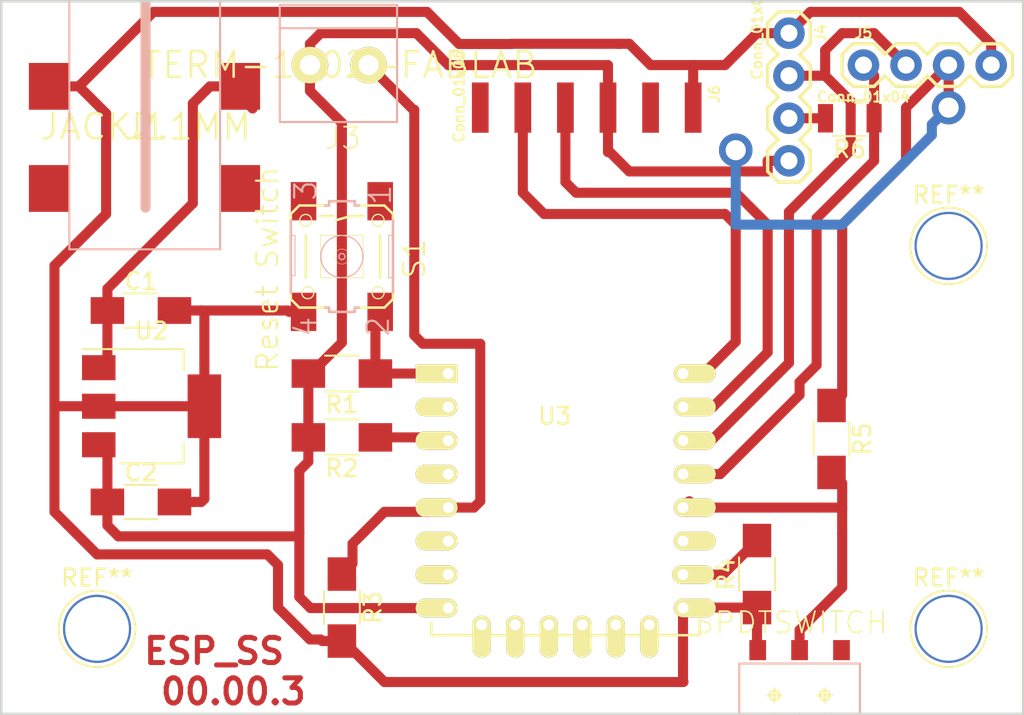
<source format=kicad_pcb>
(kicad_pcb (version 4) (host pcbnew 4.0.7)

  (general
    (links 39)
    (no_connects 2)
    (area 116.716716 74.283619 177.875001 126.5745)
    (thickness 1.6)
    (drawings 5)
    (tracks 183)
    (zones 0)
    (modules 20)
    (nets 30)
  )

  (page A4)
  (title_block
    (rev 00.00.3)
  )

  (layers
    (0 F.Cu signal hide)
    (31 B.Cu signal)
    (32 B.Adhes user hide)
    (33 F.Adhes user hide)
    (34 B.Paste user hide)
    (35 F.Paste user hide)
    (36 B.SilkS user hide)
    (37 F.SilkS user hide)
    (38 B.Mask user)
    (39 F.Mask user hide)
    (40 Dwgs.User user hide)
    (41 Cmts.User user hide)
    (42 Eco1.User user hide)
    (43 Eco2.User user hide)
    (44 Edge.Cuts user)
    (45 Margin user hide)
    (46 B.CrtYd user hide)
    (47 F.CrtYd user hide)
    (48 B.Fab user hide)
    (49 F.Fab user hide)
  )

  (setup
    (last_trace_width 0.6)
    (user_trace_width 0.4)
    (user_trace_width 0.6)
    (trace_clearance 0.2)
    (zone_clearance 0.508)
    (zone_45_only no)
    (trace_min 0.2)
    (segment_width 0.2)
    (edge_width 0.15)
    (via_size 0.6)
    (via_drill 0.4)
    (via_min_size 0.4)
    (via_min_drill 0.3)
    (user_via 0.6 0.4)
    (user_via 0.8 0.6)
    (user_via 2 1.2)
    (uvia_size 0.3)
    (uvia_drill 0.1)
    (uvias_allowed no)
    (uvia_min_size 0.2)
    (uvia_min_drill 0.1)
    (pcb_text_width 0.3)
    (pcb_text_size 1.5 1.5)
    (mod_edge_width 0.15)
    (mod_text_size 1 1)
    (mod_text_width 0.15)
    (pad_size 4.064 4.064)
    (pad_drill 3.8)
    (pad_to_mask_clearance 0.2)
    (aux_axis_origin 0 0)
    (visible_elements FFFFFE7F)
    (pcbplotparams
      (layerselection 0x00030_80000001)
      (usegerberextensions false)
      (excludeedgelayer true)
      (linewidth 0.100000)
      (plotframeref false)
      (viasonmask false)
      (mode 1)
      (useauxorigin false)
      (hpglpennumber 1)
      (hpglpenspeed 20)
      (hpglpendiameter 15)
      (hpglpenoverlay 2)
      (psnegative false)
      (psa4output false)
      (plotreference true)
      (plotvalue true)
      (plotinvisibletext false)
      (padsonsilk false)
      (subtractmaskfromsilk false)
      (outputformat 1)
      (mirror false)
      (drillshape 1)
      (scaleselection 1)
      (outputdirectory cutout5))
  )

  (net 0 "")
  (net 1 VIN)
  (net 2 GND)
  (net 3 +3V3)
  (net 4 /Pulse)
  (net 5 /SCL)
  (net 6 /SDA)
  (net 7 /RXD)
  (net 8 /RXI)
  (net 9 "Net-(R1-Pad1)")
  (net 10 "Net-(R2-Pad1)")
  (net 11 "Net-(R4-Pad2)")
  (net 12 "Net-(M1-Pad2)")
  (net 13 "Net-(J1-PadSHUN)")
  (net 14 /CTS)
  (net 15 /DTR)
  (net 16 "Net-(M1-Pad3)")
  (net 17 "Net-(S1-Pad1)")
  (net 18 "Net-(S1-Pad3)")
  (net 19 "Net-(U3-Pad2)")
  (net 20 "Net-(U3-Pad4)")
  (net 21 "Net-(U3-Pad6)")
  (net 22 "Net-(U3-Pad7)")
  (net 23 "Net-(U3-Pad11)")
  (net 24 "Net-(U3-Pad17)")
  (net 25 "Net-(U3-Pad18)")
  (net 26 "Net-(U3-Pad19)")
  (net 27 "Net-(U3-Pad20)")
  (net 28 "Net-(U3-Pad21)")
  (net 29 "Net-(U3-Pad22)")

  (net_class Default "This is the default net class."
    (clearance 0.2)
    (trace_width 0.25)
    (via_dia 0.6)
    (via_drill 0.4)
    (uvia_dia 0.3)
    (uvia_drill 0.1)
    (add_net +3V3)
    (add_net /CTS)
    (add_net /DTR)
    (add_net /Pulse)
    (add_net /RXD)
    (add_net /RXI)
    (add_net /SCL)
    (add_net /SDA)
    (add_net GND)
    (add_net "Net-(J1-PadSHUN)")
    (add_net "Net-(M1-Pad2)")
    (add_net "Net-(M1-Pad3)")
    (add_net "Net-(R1-Pad1)")
    (add_net "Net-(R2-Pad1)")
    (add_net "Net-(R4-Pad2)")
    (add_net "Net-(S1-Pad1)")
    (add_net "Net-(S1-Pad3)")
    (add_net "Net-(U3-Pad11)")
    (add_net "Net-(U3-Pad17)")
    (add_net "Net-(U3-Pad18)")
    (add_net "Net-(U3-Pad19)")
    (add_net "Net-(U3-Pad2)")
    (add_net "Net-(U3-Pad20)")
    (add_net "Net-(U3-Pad21)")
    (add_net "Net-(U3-Pad22)")
    (add_net "Net-(U3-Pad4)")
    (add_net "Net-(U3-Pad6)")
    (add_net "Net-(U3-Pad7)")
    (add_net VIN)
  )

  (net_class "0.4 Track" ""
    (clearance 0.4)
    (trace_width 0.4)
    (via_dia 0.6)
    (via_drill 0.4)
    (uvia_dia 0.3)
    (uvia_drill 0.1)
  )

  (net_class "0.8 Track" ""
    (clearance 0.4)
    (trace_width 0.8)
    (via_dia 0.6)
    (via_drill 0.4)
    (uvia_dia 0.3)
    (uvia_drill 0.1)
  )

  (net_class "o.6 Track" ""
    (clearance 0.4)
    (trace_width 0.6)
    (via_dia 0.6)
    (via_drill 0.4)
    (uvia_dia 0.3)
    (uvia_drill 0.1)
  )

  (module Connectors:1pin (layer F.Cu) (tedit 5ACD47BB) (tstamp 5ACD4A86)
    (at 122.555 118.11)
    (descr "module 1 pin (ou trou mecanique de percage)")
    (tags DEV)
    (fp_text reference REF** (at 0 -3.048) (layer F.SilkS)
      (effects (font (size 1 1) (thickness 0.15)))
    )
    (fp_text value 1pin (at 0 3) (layer F.Fab)
      (effects (font (size 1 1) (thickness 0.15)))
    )
    (fp_circle (center 0 0) (end 2 0.8) (layer F.Fab) (width 0.1))
    (fp_circle (center 0 0) (end 2.6 0) (layer F.CrtYd) (width 0.05))
    (fp_circle (center 0 0) (end 0 -2.286) (layer F.SilkS) (width 0.12))
    (pad 1 thru_hole circle (at 0 0) (size 4.064 4.064) (drill 3.8) (layers *.Cu *.Mask))
  )

  (module Connectors:1pin (layer F.Cu) (tedit 5ACD47BB) (tstamp 5ACD4A66)
    (at 173.355 95.25)
    (descr "module 1 pin (ou trou mecanique de percage)")
    (tags DEV)
    (fp_text reference REF** (at 0 -3.048) (layer F.SilkS)
      (effects (font (size 1 1) (thickness 0.15)))
    )
    (fp_text value 1pin (at 0 3) (layer F.Fab)
      (effects (font (size 1 1) (thickness 0.15)))
    )
    (fp_circle (center 0 0) (end 2 0.8) (layer F.Fab) (width 0.1))
    (fp_circle (center 0 0) (end 2.6 0) (layer F.CrtYd) (width 0.05))
    (fp_circle (center 0 0) (end 0 -2.286) (layer F.SilkS) (width 0.12))
    (pad 1 thru_hole circle (at 0 0) (size 4.064 4.064) (drill 3.8) (layers *.Cu *.Mask))
  )

  (module Capacitors_SMD:C_1206_HandSoldering (layer F.Cu) (tedit 58AA84D1) (tstamp 5A9B402F)
    (at 125.172192 99.1061)
    (descr "Capacitor SMD 1206, hand soldering")
    (tags "capacitor 1206")
    (path /5A9B3670)
    (attr smd)
    (fp_text reference C1 (at 0 -1.75) (layer F.SilkS)
      (effects (font (size 1 1) (thickness 0.15)))
    )
    (fp_text value 1uF (at 0 2) (layer F.Fab)
      (effects (font (size 1 1) (thickness 0.15)))
    )
    (fp_text user %R (at 0 -1.75) (layer F.Fab)
      (effects (font (size 1 1) (thickness 0.15)))
    )
    (fp_line (start -1.6 0.8) (end -1.6 -0.8) (layer F.Fab) (width 0.1))
    (fp_line (start 1.6 0.8) (end -1.6 0.8) (layer F.Fab) (width 0.1))
    (fp_line (start 1.6 -0.8) (end 1.6 0.8) (layer F.Fab) (width 0.1))
    (fp_line (start -1.6 -0.8) (end 1.6 -0.8) (layer F.Fab) (width 0.1))
    (fp_line (start 1 -1.02) (end -1 -1.02) (layer F.SilkS) (width 0.12))
    (fp_line (start -1 1.02) (end 1 1.02) (layer F.SilkS) (width 0.12))
    (fp_line (start -3.25 -1.05) (end 3.25 -1.05) (layer F.CrtYd) (width 0.05))
    (fp_line (start -3.25 -1.05) (end -3.25 1.05) (layer F.CrtYd) (width 0.05))
    (fp_line (start 3.25 1.05) (end 3.25 -1.05) (layer F.CrtYd) (width 0.05))
    (fp_line (start 3.25 1.05) (end -3.25 1.05) (layer F.CrtYd) (width 0.05))
    (pad 1 smd rect (at -2 0) (size 2 1.6) (layers F.Cu F.Paste F.Mask)
      (net 1 VIN))
    (pad 2 smd rect (at 2 0) (size 2 1.6) (layers F.Cu F.Paste F.Mask)
      (net 2 GND))
    (model Capacitors_SMD.3dshapes/C_1206.wrl
      (at (xyz 0 0 0))
      (scale (xyz 1 1 1))
      (rotate (xyz 0 0 0))
    )
  )

  (module Capacitors_SMD:C_1206_HandSoldering (layer F.Cu) (tedit 58AA84D1) (tstamp 5A9B4040)
    (at 125.172192 110.5361)
    (descr "Capacitor SMD 1206, hand soldering")
    (tags "capacitor 1206")
    (path /5A9B2208)
    (attr smd)
    (fp_text reference C2 (at 0 -1.75) (layer F.SilkS)
      (effects (font (size 1 1) (thickness 0.15)))
    )
    (fp_text value 10uF (at 0 2) (layer F.Fab)
      (effects (font (size 1 1) (thickness 0.15)))
    )
    (fp_text user %R (at 0 -1.75) (layer F.Fab)
      (effects (font (size 1 1) (thickness 0.15)))
    )
    (fp_line (start -1.6 0.8) (end -1.6 -0.8) (layer F.Fab) (width 0.1))
    (fp_line (start 1.6 0.8) (end -1.6 0.8) (layer F.Fab) (width 0.1))
    (fp_line (start 1.6 -0.8) (end 1.6 0.8) (layer F.Fab) (width 0.1))
    (fp_line (start -1.6 -0.8) (end 1.6 -0.8) (layer F.Fab) (width 0.1))
    (fp_line (start 1 -1.02) (end -1 -1.02) (layer F.SilkS) (width 0.12))
    (fp_line (start -1 1.02) (end 1 1.02) (layer F.SilkS) (width 0.12))
    (fp_line (start -3.25 -1.05) (end 3.25 -1.05) (layer F.CrtYd) (width 0.05))
    (fp_line (start -3.25 -1.05) (end -3.25 1.05) (layer F.CrtYd) (width 0.05))
    (fp_line (start 3.25 1.05) (end 3.25 -1.05) (layer F.CrtYd) (width 0.05))
    (fp_line (start 3.25 1.05) (end -3.25 1.05) (layer F.CrtYd) (width 0.05))
    (pad 1 smd rect (at -2 0) (size 2 1.6) (layers F.Cu F.Paste F.Mask)
      (net 3 +3V3))
    (pad 2 smd rect (at 2 0) (size 2 1.6) (layers F.Cu F.Paste F.Mask)
      (net 2 GND))
    (model Capacitors_SMD.3dshapes/C_1206.wrl
      (at (xyz 0 0 0))
      (scale (xyz 1 1 1))
      (rotate (xyz 0 0 0))
    )
  )

  (module fab:fab-JACK_2.1MM (layer F.Cu) (tedit 200000) (tstamp 5A9B404F)
    (at 125.447738 88.138 180)
    (path /5A9B3279)
    (attr smd)
    (fp_text reference J1 (at 0 0 180) (layer F.SilkS)
      (effects (font (thickness 0.15)))
    )
    (fp_text value JACK2.1MM (at 0 0 180) (layer F.SilkS)
      (effects (font (thickness 0.15)))
    )
    (fp_line (start -4.445 7.493) (end 4.5466 7.493) (layer B.SilkS) (width 0.127))
    (fp_line (start -4.445 7.493) (end -4.445 -7.3152) (layer B.SilkS) (width 0.127))
    (fp_line (start -4.445 -7.3152) (end 4.5466 -7.3152) (layer B.SilkS) (width 0.127))
    (fp_line (start 4.5466 7.493) (end 4.5466 -7.3152) (layer B.SilkS) (width 0.127))
    (fp_line (start 0 7.366) (end 0 2.54) (layer B.SilkS) (width 0.6096))
    (fp_line (start 0 2.54) (end 0 -3.81) (layer B.SilkS) (width 0.6096))
    (fp_line (start 0 -3.81) (end 0 -4.826) (layer B.SilkS) (width 0.6096))
    (pad CONT smd rect (at 5.7658 2.413 180) (size 2.3876 2.794) (layers F.Cu F.Paste F.Mask)
      (net 2 GND))
    (pad PIN smd rect (at -5.6388 2.413 180) (size 2.3876 2.794) (layers F.Cu F.Paste F.Mask)
      (net 1 VIN))
    (pad PIN1 smd rect (at -5.6388 -3.683 180) (size 2.3876 2.794) (layers F.Cu F.Paste F.Mask))
    (pad SHUN smd rect (at 5.7658 -3.683 180) (size 2.3876 2.794) (layers F.Cu F.Paste F.Mask)
      (net 13 "Net-(J1-PadSHUN)"))
  )

  (module fab:fab-ED555DS-2DS (layer F.Cu) (tedit 200000) (tstamp 5A9B405C)
    (at 137.05332 84.455 180)
    (path /5A9B4281)
    (attr virtual)
    (fp_text reference J3 (at -0.17272 -4.36372 360) (layer F.SilkS)
      (effects (font (size 1.27 1.27) (thickness 0.1016)))
    )
    (fp_text value TERM-1X02-FABLAB (at 0 0 180) (layer F.SilkS)
      (effects (font (thickness 0.15)))
    )
    (fp_line (start -3.39852 -3.39852) (end -3.39852 2.19964) (layer B.SilkS) (width 0.127))
    (fp_line (start -3.39852 2.19964) (end -3.39852 3.59918) (layer B.SilkS) (width 0.127))
    (fp_line (start -3.39852 3.59918) (end 3.59918 3.59918) (layer B.SilkS) (width 0.127))
    (fp_line (start 3.59918 3.59918) (end 3.59918 2.19964) (layer B.SilkS) (width 0.127))
    (fp_line (start 3.59918 2.19964) (end 3.59918 -3.39852) (layer B.SilkS) (width 0.127))
    (fp_line (start 3.59918 -3.39852) (end -3.39852 -3.39852) (layer B.SilkS) (width 0.127))
    (fp_line (start -3.39852 2.19964) (end 3.59918 2.19964) (layer B.SilkS) (width 0.127))
    (pad 1 thru_hole circle (at 1.79832 0 180) (size 2.18186 2.18186) (drill 1.19888) (layers *.Cu F.Paste F.SilkS F.Mask)
      (net 3 +3V3))
    (pad 2 thru_hole circle (at -1.69926 0 180) (size 2.18186 2.18186) (drill 1.19888) (layers *.Cu F.Paste F.SilkS F.Mask)
      (net 4 /Pulse))
  )

  (module Connectors_Sparkfun:1X04 (layer F.Cu) (tedit 5963D2C6) (tstamp 5A9B407E)
    (at 163.83 82.55 270)
    (descr "PLATED THROUGH HOLE - 4 PIN")
    (tags "PLATED THROUGH HOLE - 4 PIN")
    (path /5A65595C)
    (attr virtual)
    (fp_text reference J4 (at 0 -1.905 270) (layer F.SilkS)
      (effects (font (size 0.6096 0.6096) (thickness 0.127)))
    )
    (fp_text value Conn_01x04 (at 0 1.905 270) (layer F.SilkS)
      (effects (font (size 0.6096 0.6096) (thickness 0.127)))
    )
    (fp_line (start 6.985 -1.27) (end 8.255 -1.27) (layer F.SilkS) (width 0.2032))
    (fp_line (start 8.255 -1.27) (end 8.89 -0.635) (layer F.SilkS) (width 0.2032))
    (fp_line (start 8.89 0.635) (end 8.255 1.27) (layer F.SilkS) (width 0.2032))
    (fp_line (start 3.81 -0.635) (end 4.445 -1.27) (layer F.SilkS) (width 0.2032))
    (fp_line (start 4.445 -1.27) (end 5.715 -1.27) (layer F.SilkS) (width 0.2032))
    (fp_line (start 5.715 -1.27) (end 6.35 -0.635) (layer F.SilkS) (width 0.2032))
    (fp_line (start 6.35 0.635) (end 5.715 1.27) (layer F.SilkS) (width 0.2032))
    (fp_line (start 5.715 1.27) (end 4.445 1.27) (layer F.SilkS) (width 0.2032))
    (fp_line (start 4.445 1.27) (end 3.81 0.635) (layer F.SilkS) (width 0.2032))
    (fp_line (start 6.985 -1.27) (end 6.35 -0.635) (layer F.SilkS) (width 0.2032))
    (fp_line (start 6.35 0.635) (end 6.985 1.27) (layer F.SilkS) (width 0.2032))
    (fp_line (start 8.255 1.27) (end 6.985 1.27) (layer F.SilkS) (width 0.2032))
    (fp_line (start -0.635 -1.27) (end 0.635 -1.27) (layer F.SilkS) (width 0.2032))
    (fp_line (start 0.635 -1.27) (end 1.27 -0.635) (layer F.SilkS) (width 0.2032))
    (fp_line (start 1.27 0.635) (end 0.635 1.27) (layer F.SilkS) (width 0.2032))
    (fp_line (start 1.27 -0.635) (end 1.905 -1.27) (layer F.SilkS) (width 0.2032))
    (fp_line (start 1.905 -1.27) (end 3.175 -1.27) (layer F.SilkS) (width 0.2032))
    (fp_line (start 3.175 -1.27) (end 3.81 -0.635) (layer F.SilkS) (width 0.2032))
    (fp_line (start 3.81 0.635) (end 3.175 1.27) (layer F.SilkS) (width 0.2032))
    (fp_line (start 3.175 1.27) (end 1.905 1.27) (layer F.SilkS) (width 0.2032))
    (fp_line (start 1.905 1.27) (end 1.27 0.635) (layer F.SilkS) (width 0.2032))
    (fp_line (start -1.27 -0.635) (end -1.27 0.635) (layer F.SilkS) (width 0.2032))
    (fp_line (start -0.635 -1.27) (end -1.27 -0.635) (layer F.SilkS) (width 0.2032))
    (fp_line (start -1.27 0.635) (end -0.635 1.27) (layer F.SilkS) (width 0.2032))
    (fp_line (start 0.635 1.27) (end -0.635 1.27) (layer F.SilkS) (width 0.2032))
    (fp_line (start 8.89 -0.635) (end 8.89 0.635) (layer F.SilkS) (width 0.2032))
    (pad 1 thru_hole circle (at 0 0 270) (size 1.8796 1.8796) (drill 1.016) (layers *.Cu *.Mask)
      (net 2 GND) (solder_mask_margin 0.1016))
    (pad 2 thru_hole circle (at 2.54 0 270) (size 1.8796 1.8796) (drill 1.016) (layers *.Cu *.Mask)
      (net 5 /SCL) (solder_mask_margin 0.1016))
    (pad 3 thru_hole circle (at 5.08 0 270) (size 1.8796 1.8796) (drill 1.016) (layers *.Cu *.Mask)
      (net 6 /SDA) (solder_mask_margin 0.1016))
    (pad 4 thru_hole circle (at 7.62 0 270) (size 1.8796 1.8796) (drill 1.016) (layers *.Cu *.Mask)
      (net 3 +3V3) (solder_mask_margin 0.1016))
  )

  (module Connectors_Sparkfun:1X04 (layer F.Cu) (tedit 5963D2C6) (tstamp 5A9B40A0)
    (at 168.275 84.455)
    (descr "PLATED THROUGH HOLE - 4 PIN")
    (tags "PLATED THROUGH HOLE - 4 PIN")
    (path /5A655994)
    (attr virtual)
    (fp_text reference J5 (at 0 -1.905) (layer F.SilkS)
      (effects (font (size 0.6096 0.6096) (thickness 0.127)))
    )
    (fp_text value Conn_01x04 (at 0 1.905) (layer F.SilkS)
      (effects (font (size 0.6096 0.6096) (thickness 0.127)))
    )
    (fp_line (start 6.985 -1.27) (end 8.255 -1.27) (layer F.SilkS) (width 0.2032))
    (fp_line (start 8.255 -1.27) (end 8.89 -0.635) (layer F.SilkS) (width 0.2032))
    (fp_line (start 8.89 0.635) (end 8.255 1.27) (layer F.SilkS) (width 0.2032))
    (fp_line (start 3.81 -0.635) (end 4.445 -1.27) (layer F.SilkS) (width 0.2032))
    (fp_line (start 4.445 -1.27) (end 5.715 -1.27) (layer F.SilkS) (width 0.2032))
    (fp_line (start 5.715 -1.27) (end 6.35 -0.635) (layer F.SilkS) (width 0.2032))
    (fp_line (start 6.35 0.635) (end 5.715 1.27) (layer F.SilkS) (width 0.2032))
    (fp_line (start 5.715 1.27) (end 4.445 1.27) (layer F.SilkS) (width 0.2032))
    (fp_line (start 4.445 1.27) (end 3.81 0.635) (layer F.SilkS) (width 0.2032))
    (fp_line (start 6.985 -1.27) (end 6.35 -0.635) (layer F.SilkS) (width 0.2032))
    (fp_line (start 6.35 0.635) (end 6.985 1.27) (layer F.SilkS) (width 0.2032))
    (fp_line (start 8.255 1.27) (end 6.985 1.27) (layer F.SilkS) (width 0.2032))
    (fp_line (start -0.635 -1.27) (end 0.635 -1.27) (layer F.SilkS) (width 0.2032))
    (fp_line (start 0.635 -1.27) (end 1.27 -0.635) (layer F.SilkS) (width 0.2032))
    (fp_line (start 1.27 0.635) (end 0.635 1.27) (layer F.SilkS) (width 0.2032))
    (fp_line (start 1.27 -0.635) (end 1.905 -1.27) (layer F.SilkS) (width 0.2032))
    (fp_line (start 1.905 -1.27) (end 3.175 -1.27) (layer F.SilkS) (width 0.2032))
    (fp_line (start 3.175 -1.27) (end 3.81 -0.635) (layer F.SilkS) (width 0.2032))
    (fp_line (start 3.81 0.635) (end 3.175 1.27) (layer F.SilkS) (width 0.2032))
    (fp_line (start 3.175 1.27) (end 1.905 1.27) (layer F.SilkS) (width 0.2032))
    (fp_line (start 1.905 1.27) (end 1.27 0.635) (layer F.SilkS) (width 0.2032))
    (fp_line (start -1.27 -0.635) (end -1.27 0.635) (layer F.SilkS) (width 0.2032))
    (fp_line (start -0.635 -1.27) (end -1.27 -0.635) (layer F.SilkS) (width 0.2032))
    (fp_line (start -1.27 0.635) (end -0.635 1.27) (layer F.SilkS) (width 0.2032))
    (fp_line (start 0.635 1.27) (end -0.635 1.27) (layer F.SilkS) (width 0.2032))
    (fp_line (start 8.89 -0.635) (end 8.89 0.635) (layer F.SilkS) (width 0.2032))
    (pad 1 thru_hole circle (at 0 0) (size 1.8796 1.8796) (drill 1.016) (layers *.Cu *.Mask)
      (net 6 /SDA) (solder_mask_margin 0.1016))
    (pad 2 thru_hole circle (at 2.54 0) (size 1.8796 1.8796) (drill 1.016) (layers *.Cu *.Mask)
      (net 5 /SCL) (solder_mask_margin 0.1016))
    (pad 3 thru_hole circle (at 5.08 0) (size 1.8796 1.8796) (drill 1.016) (layers *.Cu *.Mask)
      (net 3 +3V3) (solder_mask_margin 0.1016))
    (pad 4 thru_hole circle (at 7.62 0) (size 1.8796 1.8796) (drill 1.016) (layers *.Cu *.Mask)
      (net 2 GND) (solder_mask_margin 0.1016))
  )

  (module Connectors_Sparkfun:1X06-SMD_RA_MALE (layer F.Cu) (tedit 200000) (tstamp 5A9B40BC)
    (at 151.765 81.99628 180)
    (descr "SMD - 6 PIN RIGHT ANGLE MALE HEADER")
    (tags "SMD - 6 PIN RIGHT ANGLE MALE HEADER")
    (path /5A58534B)
    (attr smd)
    (fp_text reference J6 (at -7.62 -4.191 270) (layer F.SilkS)
      (effects (font (size 0.6096 0.6096) (thickness 0.127)))
    )
    (fp_text value Conn_01x06 (at 7.62 -4.318 270) (layer F.SilkS)
      (effects (font (size 0.6096 0.6096) (thickness 0.127)))
    )
    (fp_line (start 7.62 -1.24968) (end -7.62 -1.24968) (layer Dwgs.User) (width 0.127))
    (fp_line (start -7.62 -1.24968) (end -7.62 1.24968) (layer Dwgs.User) (width 0.127))
    (fp_line (start -7.62 1.24968) (end -6.35 1.24968) (layer Dwgs.User) (width 0.127))
    (fp_line (start -6.35 1.24968) (end -3.81 1.24968) (layer Dwgs.User) (width 0.127))
    (fp_line (start -3.81 1.24968) (end -1.27 1.24968) (layer Dwgs.User) (width 0.127))
    (fp_line (start -1.27 1.24968) (end 1.27 1.24968) (layer Dwgs.User) (width 0.127))
    (fp_line (start 1.27 1.24968) (end 3.81 1.24968) (layer Dwgs.User) (width 0.127))
    (fp_line (start 3.81 1.24968) (end 6.35 1.24968) (layer Dwgs.User) (width 0.127))
    (fp_line (start 6.35 1.24968) (end 7.62 1.24968) (layer Dwgs.User) (width 0.127))
    (fp_line (start 7.62 1.24968) (end 7.62 -1.24968) (layer Dwgs.User) (width 0.127))
    (fp_line (start 6.35 1.24968) (end 6.35 7.24916) (layer Dwgs.User) (width 0.127))
    (fp_line (start 3.81 1.24968) (end 3.81 7.24916) (layer Dwgs.User) (width 0.127))
    (fp_line (start 1.27 1.24968) (end 1.27 7.24916) (layer Dwgs.User) (width 0.127))
    (fp_line (start -1.27 1.24968) (end -1.27 7.24916) (layer Dwgs.User) (width 0.127))
    (fp_line (start -3.81 1.24968) (end -3.81 7.24916) (layer Dwgs.User) (width 0.127))
    (fp_line (start -6.35 1.24968) (end -6.35 7.24916) (layer Dwgs.User) (width 0.127))
    (pad 1 smd rect (at -6.35 -4.99872 270) (size 2.99974 0.99822) (layers F.Cu F.Paste F.Mask)
      (net 2 GND) (solder_mask_margin 0.1016))
    (pad 2 smd rect (at -3.81 -4.99872 270) (size 2.99974 0.99822) (layers F.Cu F.Paste F.Mask)
      (net 14 /CTS) (solder_mask_margin 0.1016))
    (pad 3 smd rect (at -1.27 -4.99872 270) (size 2.99974 0.99822) (layers F.Cu F.Paste F.Mask)
      (net 3 +3V3) (solder_mask_margin 0.1016))
    (pad 4 smd rect (at 1.27 -4.99872 270) (size 2.99974 0.99822) (layers F.Cu F.Paste F.Mask)
      (net 7 /RXD) (solder_mask_margin 0.1016))
    (pad 5 smd rect (at 3.81 -4.99872 270) (size 2.99974 0.99822) (layers F.Cu F.Paste F.Mask)
      (net 8 /RXI) (solder_mask_margin 0.1016))
    (pad 6 smd rect (at 6.35 -4.99872 270) (size 2.99974 0.99822) (layers F.Cu F.Paste F.Mask)
      (net 15 /DTR) (solder_mask_margin 0.1016))
    (pad "" np_thru_hole circle (at -5.08 0 180) (size 1.39954 1.39954) (drill 1.39954) (layers *.Cu *.Mask)
      (solder_mask_margin 0.1016))
    (pad "" np_thru_hole circle (at 5.08 0 180) (size 1.39954 1.39954) (drill 1.39954) (layers *.Cu *.Mask)
      (solder_mask_margin 0.1016))
  )

  (module Resistors_SMD:R_1206_HandSoldering (layer F.Cu) (tedit 58E0A804) (tstamp 5A9B40CD)
    (at 137.16 102.87 180)
    (descr "Resistor SMD 1206, hand soldering")
    (tags "resistor 1206")
    (path /5A5855B9)
    (attr smd)
    (fp_text reference R1 (at 0 -1.85 180) (layer F.SilkS)
      (effects (font (size 1 1) (thickness 0.15)))
    )
    (fp_text value 10K (at 0 1.9 180) (layer F.Fab)
      (effects (font (size 1 1) (thickness 0.15)))
    )
    (fp_text user %R (at 0 0 180) (layer F.Fab)
      (effects (font (size 0.7 0.7) (thickness 0.105)))
    )
    (fp_line (start -1.6 0.8) (end -1.6 -0.8) (layer F.Fab) (width 0.1))
    (fp_line (start 1.6 0.8) (end -1.6 0.8) (layer F.Fab) (width 0.1))
    (fp_line (start 1.6 -0.8) (end 1.6 0.8) (layer F.Fab) (width 0.1))
    (fp_line (start -1.6 -0.8) (end 1.6 -0.8) (layer F.Fab) (width 0.1))
    (fp_line (start 1 1.07) (end -1 1.07) (layer F.SilkS) (width 0.12))
    (fp_line (start -1 -1.07) (end 1 -1.07) (layer F.SilkS) (width 0.12))
    (fp_line (start -3.25 -1.11) (end 3.25 -1.11) (layer F.CrtYd) (width 0.05))
    (fp_line (start -3.25 -1.11) (end -3.25 1.1) (layer F.CrtYd) (width 0.05))
    (fp_line (start 3.25 1.1) (end 3.25 -1.11) (layer F.CrtYd) (width 0.05))
    (fp_line (start 3.25 1.1) (end -3.25 1.1) (layer F.CrtYd) (width 0.05))
    (pad 1 smd rect (at -2 0 180) (size 2 1.7) (layers F.Cu F.Paste F.Mask)
      (net 9 "Net-(R1-Pad1)"))
    (pad 2 smd rect (at 2 0 180) (size 2 1.7) (layers F.Cu F.Paste F.Mask)
      (net 3 +3V3))
    (model ${KISYS3DMOD}/Resistors_SMD.3dshapes/R_1206.wrl
      (at (xyz 0 0 0))
      (scale (xyz 1 1 1))
      (rotate (xyz 0 0 0))
    )
  )

  (module Resistors_SMD:R_1206_HandSoldering (layer F.Cu) (tedit 58E0A804) (tstamp 5A9B40DE)
    (at 137.16 106.68 180)
    (descr "Resistor SMD 1206, hand soldering")
    (tags "resistor 1206")
    (path /5A585652)
    (attr smd)
    (fp_text reference R2 (at 0 -1.85 180) (layer F.SilkS)
      (effects (font (size 1 1) (thickness 0.15)))
    )
    (fp_text value 10K (at 0 1.9 180) (layer F.Fab)
      (effects (font (size 1 1) (thickness 0.15)))
    )
    (fp_text user %R (at 0 0 180) (layer F.Fab)
      (effects (font (size 0.7 0.7) (thickness 0.105)))
    )
    (fp_line (start -1.6 0.8) (end -1.6 -0.8) (layer F.Fab) (width 0.1))
    (fp_line (start 1.6 0.8) (end -1.6 0.8) (layer F.Fab) (width 0.1))
    (fp_line (start 1.6 -0.8) (end 1.6 0.8) (layer F.Fab) (width 0.1))
    (fp_line (start -1.6 -0.8) (end 1.6 -0.8) (layer F.Fab) (width 0.1))
    (fp_line (start 1 1.07) (end -1 1.07) (layer F.SilkS) (width 0.12))
    (fp_line (start -1 -1.07) (end 1 -1.07) (layer F.SilkS) (width 0.12))
    (fp_line (start -3.25 -1.11) (end 3.25 -1.11) (layer F.CrtYd) (width 0.05))
    (fp_line (start -3.25 -1.11) (end -3.25 1.1) (layer F.CrtYd) (width 0.05))
    (fp_line (start 3.25 1.1) (end 3.25 -1.11) (layer F.CrtYd) (width 0.05))
    (fp_line (start 3.25 1.1) (end -3.25 1.1) (layer F.CrtYd) (width 0.05))
    (pad 1 smd rect (at -2 0 180) (size 2 1.7) (layers F.Cu F.Paste F.Mask)
      (net 10 "Net-(R2-Pad1)"))
    (pad 2 smd rect (at 2 0 180) (size 2 1.7) (layers F.Cu F.Paste F.Mask)
      (net 3 +3V3))
    (model ${KISYS3DMOD}/Resistors_SMD.3dshapes/R_1206.wrl
      (at (xyz 0 0 0))
      (scale (xyz 1 1 1))
      (rotate (xyz 0 0 0))
    )
  )

  (module Resistors_SMD:R_1206_HandSoldering (layer F.Cu) (tedit 58E0A804) (tstamp 5A9B40EF)
    (at 137.16 116.84 270)
    (descr "Resistor SMD 1206, hand soldering")
    (tags "resistor 1206")
    (path /5A65481D)
    (attr smd)
    (fp_text reference R3 (at 0 -1.85 270) (layer F.SilkS)
      (effects (font (size 1 1) (thickness 0.15)))
    )
    (fp_text value R (at 0 1.9 270) (layer F.Fab)
      (effects (font (size 1 1) (thickness 0.15)))
    )
    (fp_text user %R (at 0 0 270) (layer F.Fab)
      (effects (font (size 0.7 0.7) (thickness 0.105)))
    )
    (fp_line (start -1.6 0.8) (end -1.6 -0.8) (layer F.Fab) (width 0.1))
    (fp_line (start 1.6 0.8) (end -1.6 0.8) (layer F.Fab) (width 0.1))
    (fp_line (start 1.6 -0.8) (end 1.6 0.8) (layer F.Fab) (width 0.1))
    (fp_line (start -1.6 -0.8) (end 1.6 -0.8) (layer F.Fab) (width 0.1))
    (fp_line (start 1 1.07) (end -1 1.07) (layer F.SilkS) (width 0.12))
    (fp_line (start -1 -1.07) (end 1 -1.07) (layer F.SilkS) (width 0.12))
    (fp_line (start -3.25 -1.11) (end 3.25 -1.11) (layer F.CrtYd) (width 0.05))
    (fp_line (start -3.25 -1.11) (end -3.25 1.1) (layer F.CrtYd) (width 0.05))
    (fp_line (start 3.25 1.1) (end 3.25 -1.11) (layer F.CrtYd) (width 0.05))
    (fp_line (start 3.25 1.1) (end -3.25 1.1) (layer F.CrtYd) (width 0.05))
    (pad 1 smd rect (at -2 0 270) (size 2 1.7) (layers F.Cu F.Paste F.Mask)
      (net 4 /Pulse))
    (pad 2 smd rect (at 2 0 270) (size 2 1.7) (layers F.Cu F.Paste F.Mask)
      (net 2 GND))
    (model ${KISYS3DMOD}/Resistors_SMD.3dshapes/R_1206.wrl
      (at (xyz 0 0 0))
      (scale (xyz 1 1 1))
      (rotate (xyz 0 0 0))
    )
  )

  (module Resistors_SMD:R_1206_HandSoldering (layer F.Cu) (tedit 58E0A804) (tstamp 5A9B4100)
    (at 161.925 114.84 90)
    (descr "Resistor SMD 1206, hand soldering")
    (tags "resistor 1206")
    (path /5A58520A)
    (attr smd)
    (fp_text reference R4 (at 0 -1.85 90) (layer F.SilkS)
      (effects (font (size 1 1) (thickness 0.15)))
    )
    (fp_text value 10K (at 0 1.9 90) (layer F.Fab)
      (effects (font (size 1 1) (thickness 0.15)))
    )
    (fp_text user %R (at 0 0 90) (layer F.Fab)
      (effects (font (size 0.7 0.7) (thickness 0.105)))
    )
    (fp_line (start -1.6 0.8) (end -1.6 -0.8) (layer F.Fab) (width 0.1))
    (fp_line (start 1.6 0.8) (end -1.6 0.8) (layer F.Fab) (width 0.1))
    (fp_line (start 1.6 -0.8) (end 1.6 0.8) (layer F.Fab) (width 0.1))
    (fp_line (start -1.6 -0.8) (end 1.6 -0.8) (layer F.Fab) (width 0.1))
    (fp_line (start 1 1.07) (end -1 1.07) (layer F.SilkS) (width 0.12))
    (fp_line (start -1 -1.07) (end 1 -1.07) (layer F.SilkS) (width 0.12))
    (fp_line (start -3.25 -1.11) (end 3.25 -1.11) (layer F.CrtYd) (width 0.05))
    (fp_line (start -3.25 -1.11) (end -3.25 1.1) (layer F.CrtYd) (width 0.05))
    (fp_line (start 3.25 1.1) (end 3.25 -1.11) (layer F.CrtYd) (width 0.05))
    (fp_line (start 3.25 1.1) (end -3.25 1.1) (layer F.CrtYd) (width 0.05))
    (pad 1 smd rect (at -2 0 90) (size 2 1.7) (layers F.Cu F.Paste F.Mask)
      (net 2 GND))
    (pad 2 smd rect (at 2 0 90) (size 2 1.7) (layers F.Cu F.Paste F.Mask)
      (net 11 "Net-(R4-Pad2)"))
    (model ${KISYS3DMOD}/Resistors_SMD.3dshapes/R_1206.wrl
      (at (xyz 0 0 0))
      (scale (xyz 1 1 1))
      (rotate (xyz 0 0 0))
    )
  )

  (module Resistors_SMD:R_1206_HandSoldering (layer F.Cu) (tedit 58E0A804) (tstamp 5A9B4111)
    (at 166.37 106.775 270)
    (descr "Resistor SMD 1206, hand soldering")
    (tags "resistor 1206")
    (path /5A5859C0)
    (attr smd)
    (fp_text reference R5 (at 0 -1.85 270) (layer F.SilkS)
      (effects (font (size 1 1) (thickness 0.15)))
    )
    (fp_text value 10K (at 0 1.9 270) (layer F.Fab)
      (effects (font (size 1 1) (thickness 0.15)))
    )
    (fp_text user %R (at 0 0 270) (layer F.Fab)
      (effects (font (size 0.7 0.7) (thickness 0.105)))
    )
    (fp_line (start -1.6 0.8) (end -1.6 -0.8) (layer F.Fab) (width 0.1))
    (fp_line (start 1.6 0.8) (end -1.6 0.8) (layer F.Fab) (width 0.1))
    (fp_line (start 1.6 -0.8) (end 1.6 0.8) (layer F.Fab) (width 0.1))
    (fp_line (start -1.6 -0.8) (end 1.6 -0.8) (layer F.Fab) (width 0.1))
    (fp_line (start 1 1.07) (end -1 1.07) (layer F.SilkS) (width 0.12))
    (fp_line (start -1 -1.07) (end 1 -1.07) (layer F.SilkS) (width 0.12))
    (fp_line (start -3.25 -1.11) (end 3.25 -1.11) (layer F.CrtYd) (width 0.05))
    (fp_line (start -3.25 -1.11) (end -3.25 1.1) (layer F.CrtYd) (width 0.05))
    (fp_line (start 3.25 1.1) (end 3.25 -1.11) (layer F.CrtYd) (width 0.05))
    (fp_line (start 3.25 1.1) (end -3.25 1.1) (layer F.CrtYd) (width 0.05))
    (pad 1 smd rect (at -2 0 270) (size 2 1.7) (layers F.Cu F.Paste F.Mask)
      (net 3 +3V3))
    (pad 2 smd rect (at 2 0 270) (size 2 1.7) (layers F.Cu F.Paste F.Mask)
      (net 12 "Net-(M1-Pad2)"))
    (model ${KISYS3DMOD}/Resistors_SMD.3dshapes/R_1206.wrl
      (at (xyz 0 0 0))
      (scale (xyz 1 1 1))
      (rotate (xyz 0 0 0))
    )
  )

  (module fab:fab-6MM_SWITCH (layer F.Cu) (tedit 200000) (tstamp 5A9B414F)
    (at 137.16 95.885 270)
    (descr "OMRON SWITCH")
    (tags "OMRON SWITCH")
    (path /5A5857A1)
    (attr smd)
    (fp_text reference S1 (at 0.127 -4.318 270) (layer F.SilkS)
      (effects (font (size 1.27 1.27) (thickness 0.127)))
    )
    (fp_text value "Reset Switch" (at 0.762 4.445 270) (layer F.SilkS)
      (effects (font (size 1.27 1.27) (thickness 0.127)))
    )
    (fp_line (start 3.302 0.762) (end 3.048 0.762) (layer B.SilkS) (width 0.1524))
    (fp_line (start 3.302 0.762) (end 3.302 -0.762) (layer B.SilkS) (width 0.1524))
    (fp_line (start 3.048 -0.762) (end 3.302 -0.762) (layer B.SilkS) (width 0.1524))
    (fp_line (start 3.048 -1.016) (end 3.048 -2.54) (layer F.SilkS) (width 0.1524))
    (fp_line (start -3.302 -0.762) (end -3.048 -0.762) (layer B.SilkS) (width 0.1524))
    (fp_line (start -3.302 -0.762) (end -3.302 0.762) (layer B.SilkS) (width 0.1524))
    (fp_line (start -3.048 0.762) (end -3.302 0.762) (layer B.SilkS) (width 0.1524))
    (fp_line (start 3.048 -2.54) (end 2.54 -3.048) (layer F.SilkS) (width 0.1524))
    (fp_line (start 2.54 3.048) (end 3.048 2.54) (layer F.SilkS) (width 0.1524))
    (fp_line (start 3.048 2.54) (end 3.048 1.016) (layer F.SilkS) (width 0.1524))
    (fp_line (start -2.54 -3.048) (end -3.048 -2.54) (layer F.SilkS) (width 0.1524))
    (fp_line (start -3.048 -2.54) (end -3.048 -1.016) (layer F.SilkS) (width 0.1524))
    (fp_line (start -2.54 3.048) (end -3.048 2.54) (layer F.SilkS) (width 0.1524))
    (fp_line (start -3.048 2.54) (end -3.048 1.016) (layer F.SilkS) (width 0.1524))
    (fp_line (start -1.27 -1.27) (end -1.27 1.27) (layer F.SilkS) (width 0.0508))
    (fp_line (start 1.27 1.27) (end -1.27 1.27) (layer F.SilkS) (width 0.0508))
    (fp_line (start 1.27 1.27) (end 1.27 -1.27) (layer F.SilkS) (width 0.0508))
    (fp_line (start -1.27 -1.27) (end 1.27 -1.27) (layer F.SilkS) (width 0.0508))
    (fp_line (start -1.27 -3.048) (end -1.27 -2.794) (layer B.SilkS) (width 0.0508))
    (fp_line (start 1.27 -2.794) (end -1.27 -2.794) (layer B.SilkS) (width 0.0508))
    (fp_line (start 1.27 -2.794) (end 1.27 -3.048) (layer B.SilkS) (width 0.0508))
    (fp_line (start 1.143 2.794) (end -1.27 2.794) (layer B.SilkS) (width 0.0508))
    (fp_line (start 1.143 2.794) (end 1.143 3.048) (layer B.SilkS) (width 0.0508))
    (fp_line (start -1.27 2.794) (end -1.27 3.048) (layer B.SilkS) (width 0.0508))
    (fp_line (start 2.54 3.048) (end 2.159 3.048) (layer F.SilkS) (width 0.1524))
    (fp_line (start -2.54 3.048) (end -2.159 3.048) (layer F.SilkS) (width 0.1524))
    (fp_line (start -2.159 3.048) (end -1.27 3.048) (layer B.SilkS) (width 0.1524))
    (fp_line (start -2.54 -3.048) (end -2.159 -3.048) (layer F.SilkS) (width 0.1524))
    (fp_line (start 2.54 -3.048) (end 2.159 -3.048) (layer F.SilkS) (width 0.1524))
    (fp_line (start 2.159 -3.048) (end 1.27 -3.048) (layer B.SilkS) (width 0.1524))
    (fp_line (start 1.27 -3.048) (end -1.27 -3.048) (layer B.SilkS) (width 0.1524))
    (fp_line (start -1.27 -3.048) (end -2.159 -3.048) (layer B.SilkS) (width 0.1524))
    (fp_line (start -1.27 3.048) (end 1.143 3.048) (layer B.SilkS) (width 0.1524))
    (fp_line (start 1.143 3.048) (end 2.159 3.048) (layer B.SilkS) (width 0.1524))
    (fp_line (start 3.048 0.762) (end 3.048 1.016) (layer B.SilkS) (width 0.1524))
    (fp_line (start 3.048 -0.762) (end 3.048 -1.016) (layer B.SilkS) (width 0.1524))
    (fp_line (start -3.048 0.762) (end -3.048 1.016) (layer B.SilkS) (width 0.1524))
    (fp_line (start -3.048 -0.762) (end -3.048 -1.016) (layer B.SilkS) (width 0.1524))
    (fp_line (start -1.27 2.159) (end 1.27 2.159) (layer F.SilkS) (width 0.1524))
    (fp_line (start 1.27 -2.286) (end -1.27 -2.286) (layer F.SilkS) (width 0.1524))
    (fp_line (start -2.413 -1.27) (end -2.413 -0.508) (layer F.SilkS) (width 0.1524))
    (fp_line (start -2.413 0.508) (end -2.413 1.27) (layer F.SilkS) (width 0.1524))
    (fp_line (start -2.413 -0.508) (end -2.159 0.381) (layer F.SilkS) (width 0.1524))
    (fp_circle (center 0 0) (end -0.889 0.889) (layer B.SilkS) (width 0.0762))
    (fp_circle (center -2.159 2.159) (end -2.413 2.413) (layer F.SilkS) (width 0.0762))
    (fp_circle (center 2.159 2.032) (end 2.413 2.286) (layer F.SilkS) (width 0.0762))
    (fp_circle (center 2.159 -2.159) (end 2.413 -2.413) (layer F.SilkS) (width 0.0762))
    (fp_circle (center -2.159 -2.159) (end -2.413 -2.413) (layer F.SilkS) (width 0.0762))
    (fp_circle (center 0 0) (end -0.3175 0.3175) (layer F.SilkS) (width 0.0254))
    (fp_circle (center 0 0) (end -0.127 0.127) (layer B.SilkS) (width 0.0762))
    (fp_text user 1 (at -3.683 -2.286 270) (layer B.SilkS)
      (effects (font (size 1.27 1.27) (thickness 0.127)))
    )
    (fp_text user 2 (at 4.191 -2.159 270) (layer B.SilkS)
      (effects (font (size 1.27 1.27) (thickness 0.127)))
    )
    (fp_text user 3 (at -3.937 2.159 270) (layer B.SilkS)
      (effects (font (size 1.27 1.27) (thickness 0.127)))
    )
    (fp_text user 4 (at 4.191 2.159 270) (layer B.SilkS)
      (effects (font (size 1.27 1.27) (thickness 0.127)))
    )
    (pad 1 smd rect (at -3.302 -2.286 270) (size 2.286 1.524) (layers F.Cu F.Paste F.Mask)
      (net 17 "Net-(S1-Pad1)"))
    (pad 2 smd rect (at 3.302 -2.286 270) (size 2.286 1.524) (layers F.Cu F.Paste F.Mask)
      (net 9 "Net-(R1-Pad1)"))
    (pad 3 smd rect (at -3.302 2.286 270) (size 2.286 1.524) (layers F.Cu F.Paste F.Mask)
      (net 18 "Net-(S1-Pad3)"))
    (pad 4 smd rect (at 3.302 2.286 270) (size 2.286 1.524) (layers F.Cu F.Paste F.Mask)
      (net 2 GND))
  )

  (module TO_SOT_Packages_SMD:SOT-223-3_TabPin2 (layer F.Cu) (tedit 58CE4E7E) (tstamp 5A9B4185)
    (at 125.807192 104.8211)
    (descr "module CMS SOT223 4 pins")
    (tags "CMS SOT")
    (path /5A9B2130)
    (attr smd)
    (fp_text reference U2 (at 0 -4.5) (layer F.SilkS)
      (effects (font (size 1 1) (thickness 0.15)))
    )
    (fp_text value MIC39100-3.3_SOT223 (at 0 4.5) (layer F.Fab)
      (effects (font (size 1 1) (thickness 0.15)))
    )
    (fp_text user %R (at 0 0 90) (layer F.Fab)
      (effects (font (size 0.8 0.8) (thickness 0.12)))
    )
    (fp_line (start 1.91 3.41) (end 1.91 2.15) (layer F.SilkS) (width 0.12))
    (fp_line (start 1.91 -3.41) (end 1.91 -2.15) (layer F.SilkS) (width 0.12))
    (fp_line (start 4.4 -3.6) (end -4.4 -3.6) (layer F.CrtYd) (width 0.05))
    (fp_line (start 4.4 3.6) (end 4.4 -3.6) (layer F.CrtYd) (width 0.05))
    (fp_line (start -4.4 3.6) (end 4.4 3.6) (layer F.CrtYd) (width 0.05))
    (fp_line (start -4.4 -3.6) (end -4.4 3.6) (layer F.CrtYd) (width 0.05))
    (fp_line (start -1.85 -2.35) (end -0.85 -3.35) (layer F.Fab) (width 0.1))
    (fp_line (start -1.85 -2.35) (end -1.85 3.35) (layer F.Fab) (width 0.1))
    (fp_line (start -1.85 3.41) (end 1.91 3.41) (layer F.SilkS) (width 0.12))
    (fp_line (start -0.85 -3.35) (end 1.85 -3.35) (layer F.Fab) (width 0.1))
    (fp_line (start -4.1 -3.41) (end 1.91 -3.41) (layer F.SilkS) (width 0.12))
    (fp_line (start -1.85 3.35) (end 1.85 3.35) (layer F.Fab) (width 0.1))
    (fp_line (start 1.85 -3.35) (end 1.85 3.35) (layer F.Fab) (width 0.1))
    (pad 2 smd rect (at 3.15 0) (size 2 3.8) (layers F.Cu F.Paste F.Mask)
      (net 2 GND))
    (pad 2 smd rect (at -3.15 0) (size 2 1.5) (layers F.Cu F.Paste F.Mask)
      (net 2 GND))
    (pad 3 smd rect (at -3.15 2.3) (size 2 1.5) (layers F.Cu F.Paste F.Mask)
      (net 3 +3V3))
    (pad 1 smd rect (at -3.15 -2.3) (size 2 1.5) (layers F.Cu F.Paste F.Mask)
      (net 1 VIN))
    (model ${KISYS3DMOD}/TO_SOT_Packages_SMD.3dshapes/SOT-223.wrl
      (at (xyz 0 0 0))
      (scale (xyz 1 1 1))
      (rotate (xyz 0 0 0))
    )
  )

  (module ESP8266:ESP-12E (layer F.Cu) (tedit 58B47889) (tstamp 5A9B41B3)
    (at 143.51 102.87)
    (descr "Module, ESP-8266, ESP-12, 16 pad, SMD")
    (tags "Module ESP-8266 ESP8266")
    (path /5A58513B)
    (fp_text reference U3 (at 6.35 2.54) (layer F.SilkS)
      (effects (font (size 1 1) (thickness 0.15)))
    )
    (fp_text value ESP-12E (at 6.35 6.35) (layer F.Fab) hide
      (effects (font (size 1 1) (thickness 0.15)))
    )
    (fp_line (start -2.25 -0.5) (end -2.25 -8.75) (layer F.CrtYd) (width 0.05))
    (fp_line (start -2.25 -8.75) (end 15.25 -8.75) (layer F.CrtYd) (width 0.05))
    (fp_line (start 15.25 -8.75) (end 16.25 -8.75) (layer F.CrtYd) (width 0.05))
    (fp_line (start 16.25 -8.75) (end 16.25 16) (layer F.CrtYd) (width 0.05))
    (fp_line (start 16.25 16) (end -2.25 16) (layer F.CrtYd) (width 0.05))
    (fp_line (start -2.25 16) (end -2.25 -0.5) (layer F.CrtYd) (width 0.05))
    (fp_line (start -1.016 -8.382) (end 14.986 -8.382) (layer F.CrtYd) (width 0.1524))
    (fp_line (start 14.986 -8.382) (end 14.986 -0.889) (layer F.CrtYd) (width 0.1524))
    (fp_line (start -1.016 -8.382) (end -1.016 -1.016) (layer F.CrtYd) (width 0.1524))
    (fp_line (start -1.016 14.859) (end -1.016 15.621) (layer F.SilkS) (width 0.1524))
    (fp_line (start -1.016 15.621) (end 14.986 15.621) (layer F.SilkS) (width 0.1524))
    (fp_line (start 14.986 15.621) (end 14.986 14.859) (layer F.SilkS) (width 0.1524))
    (fp_line (start 14.992 -8.4) (end -1.008 -2.6) (layer F.CrtYd) (width 0.1524))
    (fp_line (start -1.008 -8.4) (end 14.992 -2.6) (layer F.CrtYd) (width 0.1524))
    (fp_text user "No Copper" (at 6.892 -5.4) (layer F.CrtYd)
      (effects (font (size 1 1) (thickness 0.15)))
    )
    (fp_line (start -1.008 -2.6) (end 14.992 -2.6) (layer F.CrtYd) (width 0.1524))
    (fp_line (start 15 -8.4) (end 15 15.6) (layer F.Fab) (width 0.05))
    (fp_line (start 14.992 15.6) (end -1.008 15.6) (layer F.Fab) (width 0.05))
    (fp_line (start -1.008 15.6) (end -1.008 -8.4) (layer F.Fab) (width 0.05))
    (fp_line (start -1.008 -8.4) (end 14.992 -8.4) (layer F.Fab) (width 0.05))
    (pad 1 thru_hole rect (at 0 0) (size 2.5 1.1) (drill 0.65 (offset -0.7 0)) (layers *.Cu *.Mask F.SilkS)
      (net 9 "Net-(R1-Pad1)"))
    (pad 2 thru_hole oval (at 0 2) (size 2.5 1.1) (drill 0.65 (offset -0.7 0)) (layers *.Cu *.Mask F.SilkS)
      (net 19 "Net-(U3-Pad2)"))
    (pad 3 thru_hole oval (at 0 4) (size 2.5 1.1) (drill 0.65 (offset -0.7 0)) (layers *.Cu *.Mask F.SilkS)
      (net 10 "Net-(R2-Pad1)"))
    (pad 4 thru_hole oval (at 0 6) (size 2.5 1.1) (drill 0.65 (offset -0.7 0)) (layers *.Cu *.Mask F.SilkS)
      (net 20 "Net-(U3-Pad4)"))
    (pad 5 thru_hole oval (at 0 8) (size 2.5 1.1) (drill 0.65 (offset -0.7 0)) (layers *.Cu *.Mask F.SilkS)
      (net 4 /Pulse))
    (pad 6 thru_hole oval (at 0 10) (size 2.5 1.1) (drill 0.65 (offset -0.7 0)) (layers *.Cu *.Mask F.SilkS)
      (net 21 "Net-(U3-Pad6)"))
    (pad 7 thru_hole oval (at 0 12) (size 2.5 1.1) (drill 0.65 (offset -0.7 0)) (layers *.Cu *.Mask F.SilkS)
      (net 22 "Net-(U3-Pad7)"))
    (pad 8 thru_hole oval (at 0 14) (size 2.5 1.1) (drill 0.65 (offset -0.7 0)) (layers *.Cu *.Mask F.SilkS)
      (net 3 +3V3))
    (pad 9 thru_hole oval (at 14 14) (size 2.5 1.1) (drill 0.65 (offset 0.7 0)) (layers *.Cu *.Mask F.SilkS)
      (net 2 GND))
    (pad 10 thru_hole oval (at 14 12) (size 2.5 1.1) (drill 0.65 (offset 0.6 0)) (layers *.Cu *.Mask F.SilkS)
      (net 11 "Net-(R4-Pad2)"))
    (pad 11 thru_hole oval (at 14 10) (size 2.5 1.1) (drill 0.65 (offset 0.7 0)) (layers *.Cu *.Mask F.SilkS)
      (net 23 "Net-(U3-Pad11)"))
    (pad 12 thru_hole oval (at 14 8) (size 2.5 1.1) (drill 0.65 (offset 0.7 0)) (layers *.Cu *.Mask F.SilkS)
      (net 12 "Net-(M1-Pad2)"))
    (pad 13 thru_hole oval (at 14 6) (size 2.5 1.1) (drill 0.65 (offset 0.7 0)) (layers *.Cu *.Mask F.SilkS)
      (net 6 /SDA))
    (pad 14 thru_hole oval (at 14 4) (size 2.5 1.1) (drill 0.65 (offset 0.7 0)) (layers *.Cu *.Mask F.SilkS)
      (net 5 /SCL))
    (pad 15 thru_hole oval (at 14 2) (size 2.5 1.1) (drill 0.65 (offset 0.7 0)) (layers *.Cu *.Mask F.SilkS)
      (net 7 /RXD))
    (pad 16 thru_hole oval (at 14 0) (size 2.5 1.1) (drill 0.65 (offset 0.7 0)) (layers *.Cu *.Mask F.SilkS)
      (net 8 /RXI))
    (pad 17 thru_hole oval (at 1.99 15 90) (size 2.5 1.1) (drill 0.65 (offset -0.7 0)) (layers *.Cu *.Mask F.SilkS)
      (net 24 "Net-(U3-Pad17)"))
    (pad 18 thru_hole oval (at 3.99 15 90) (size 2.5 1.1) (drill 0.65 (offset -0.7 0)) (layers *.Cu *.Mask F.SilkS)
      (net 25 "Net-(U3-Pad18)"))
    (pad 19 thru_hole oval (at 5.99 15 90) (size 2.5 1.1) (drill 0.65 (offset -0.7 0)) (layers *.Cu *.Mask F.SilkS)
      (net 26 "Net-(U3-Pad19)"))
    (pad 20 thru_hole oval (at 7.99 15 90) (size 2.5 1.1) (drill 0.65 (offset -0.7 0)) (layers *.Cu *.Mask F.SilkS)
      (net 27 "Net-(U3-Pad20)"))
    (pad 21 thru_hole oval (at 9.99 15 90) (size 2.5 1.1) (drill 0.65 (offset -0.7 0)) (layers *.Cu *.Mask F.SilkS)
      (net 28 "Net-(U3-Pad21)"))
    (pad 22 thru_hole oval (at 11.99 15 90) (size 2.5 1.1) (drill 0.65 (offset -0.7 0)) (layers *.Cu *.Mask F.SilkS)
      (net 29 "Net-(U3-Pad22)"))
    (model ${ESPLIB}/ESP8266.3dshapes/ESP-12E.wrl
      (at (xyz 0 0 0))
      (scale (xyz 0.3937 0.3937 0.3937))
      (rotate (xyz 0 0 0))
    )
  )

  (module fab:fab-AYZ0102AGRLC (layer F.Cu) (tedit 200000) (tstamp 5ACD4639)
    (at 164.465 121.6787 180)
    (path /5ACD3AD7)
    (attr smd)
    (fp_text reference M1 (at 0.381 -3.429 180) (layer F.SilkS)
      (effects (font (size 1.27 1.27) (thickness 0.1016)))
    )
    (fp_text value SPDTSWITCH (at 0.508 3.937 180) (layer F.SilkS)
      (effects (font (size 1.27 1.27) (thickness 0.1016)))
    )
    (fp_line (start -3.59918 1.4986) (end 3.59918 1.4986) (layer B.SilkS) (width 0.127))
    (fp_line (start 3.59918 1.4986) (end 3.59918 -1.4986) (layer B.SilkS) (width 0.127))
    (fp_line (start 3.59918 -1.4986) (end 1.4986 -1.4986) (layer B.SilkS) (width 0.127))
    (fp_line (start 1.4986 -1.4986) (end -1.4986 -1.4986) (layer B.SilkS) (width 0.127))
    (fp_line (start -1.4986 -1.4986) (end -3.59918 -1.4986) (layer B.SilkS) (width 0.127))
    (fp_line (start -3.59918 -1.4986) (end -3.59918 1.4986) (layer B.SilkS) (width 0.127))
    (fp_line (start 0 -1.59766) (end 0 -2.49936) (layer B.SilkS) (width 0.127))
    (fp_line (start 0 -2.49936) (end 1.4986 -2.49936) (layer B.SilkS) (width 0.127))
    (fp_line (start 1.4986 -2.49936) (end 1.4986 -1.4986) (layer B.SilkS) (width 0.127))
    (fp_circle (center -1.4986 -0.39878) (end -1.70942 -0.6096) (layer F.SilkS) (width 0.127))
    (fp_line (start -1.92278 -0.39878) (end -1.07442 -0.39878) (layer F.SilkS) (width 0.127))
    (fp_line (start -1.4986 0.02286) (end -1.4986 -0.82296) (layer F.SilkS) (width 0.127))
    (fp_circle (center 1.4986 -0.39878) (end 1.70942 -0.6096) (layer F.SilkS) (width 0.127))
    (fp_line (start 1.07442 -0.39878) (end 1.92278 -0.39878) (layer F.SilkS) (width 0.127))
    (fp_line (start 1.4986 0.02286) (end 1.4986 -0.82296) (layer F.SilkS) (width 0.127))
    (pad 1 smd rect (at 2.49936 2.2987 180) (size 0.99822 1.19888) (layers F.Cu F.Paste F.Mask)
      (net 2 GND))
    (pad 2 smd rect (at 0 2.2987 180) (size 0.99822 1.19888) (layers F.Cu F.Paste F.Mask)
      (net 12 "Net-(M1-Pad2)"))
    (pad 3 smd rect (at -2.49936 2.2987 180) (size 0.99822 1.19888) (layers F.Cu F.Paste F.Mask)
      (net 16 "Net-(M1-Pad3)"))
  )

  (module Connectors:1pin (layer F.Cu) (tedit 5ACD47BB) (tstamp 5ACD4717)
    (at 173.355 118.11)
    (descr "module 1 pin (ou trou mecanique de percage)")
    (tags DEV)
    (fp_text reference REF** (at 0 -3.048) (layer F.SilkS)
      (effects (font (size 1 1) (thickness 0.15)))
    )
    (fp_text value 1pin (at 0 3) (layer F.Fab)
      (effects (font (size 1 1) (thickness 0.15)))
    )
    (fp_circle (center 0 0) (end 2 0.8) (layer F.Fab) (width 0.1))
    (fp_circle (center 0 0) (end 2.6 0) (layer F.CrtYd) (width 0.05))
    (fp_circle (center 0 0) (end 0 -2.286) (layer F.SilkS) (width 0.12))
    (pad 1 thru_hole circle (at 0 0) (size 4.064 4.064) (drill 3.8) (layers *.Cu *.Mask))
  )

  (module Resistors_SMD:R_1206 (layer F.Cu) (tedit 58E0A804) (tstamp 5ACD5C04)
    (at 167.46 87.63 180)
    (descr "Resistor SMD 1206, reflow soldering, Vishay (see dcrcw.pdf)")
    (tags "resistor 1206")
    (path /5ACD5980)
    (attr smd)
    (fp_text reference R6 (at 0 -1.85 180) (layer F.SilkS)
      (effects (font (size 1 1) (thickness 0.15)))
    )
    (fp_text value 0 (at 0 1.95 180) (layer F.Fab)
      (effects (font (size 1 1) (thickness 0.15)))
    )
    (fp_text user %R (at 0 0 180) (layer F.Fab)
      (effects (font (size 0.7 0.7) (thickness 0.105)))
    )
    (fp_line (start -1.6 0.8) (end -1.6 -0.8) (layer F.Fab) (width 0.1))
    (fp_line (start 1.6 0.8) (end -1.6 0.8) (layer F.Fab) (width 0.1))
    (fp_line (start 1.6 -0.8) (end 1.6 0.8) (layer F.Fab) (width 0.1))
    (fp_line (start -1.6 -0.8) (end 1.6 -0.8) (layer F.Fab) (width 0.1))
    (fp_line (start 1 1.07) (end -1 1.07) (layer F.SilkS) (width 0.12))
    (fp_line (start -1 -1.07) (end 1 -1.07) (layer F.SilkS) (width 0.12))
    (fp_line (start -2.15 -1.11) (end 2.15 -1.11) (layer F.CrtYd) (width 0.05))
    (fp_line (start -2.15 -1.11) (end -2.15 1.1) (layer F.CrtYd) (width 0.05))
    (fp_line (start 2.15 1.1) (end 2.15 -1.11) (layer F.CrtYd) (width 0.05))
    (fp_line (start 2.15 1.1) (end -2.15 1.1) (layer F.CrtYd) (width 0.05))
    (pad 1 smd rect (at -1.45 0 180) (size 0.9 1.7) (layers F.Cu F.Paste F.Mask)
      (net 6 /SDA))
    (pad 2 smd rect (at 1.45 0 180) (size 0.9 1.7) (layers F.Cu F.Paste F.Mask)
      (net 6 /SDA))
    (model ${KISYS3DMOD}/Resistors_SMD.3dshapes/R_1206.wrl
      (at (xyz 0 0 0))
      (scale (xyz 1 1 1))
      (rotate (xyz 0 0 0))
    )
  )

  (gr_text "ESP_SS\n  00.00.3" (at 129.54 120.65) (layer F.Cu)
    (effects (font (size 1.5 1.5) (thickness 0.3)))
  )
  (gr_line (start 177.8 80.645) (end 177.8 123.19) (layer Edge.Cuts) (width 0.15))
  (gr_line (start 116.84 80.645) (end 177.8 80.645) (layer Edge.Cuts) (width 0.15))
  (gr_line (start 116.84 123.19) (end 116.84 80.645) (layer Edge.Cuts) (width 0.15))
  (gr_line (start 177.8 123.19) (end 116.84 123.19) (layer Edge.Cuts) (width 0.15))

  (segment (start 131.086538 85.725) (end 129.292738 85.725) (width 0.6) (layer F.Cu) (net 1))
  (segment (start 129.292738 85.725) (end 128.27 86.747738) (width 0.6) (layer F.Cu) (net 1))
  (segment (start 128.27 92.71) (end 123.172192 97.807808) (width 0.6) (layer F.Cu) (net 1))
  (segment (start 128.27 86.747738) (end 128.27 92.71) (width 0.6) (layer F.Cu) (net 1))
  (segment (start 123.172192 97.807808) (end 123.172192 99.1061) (width 0.6) (layer F.Cu) (net 1))
  (segment (start 123.172192 99.1061) (end 123.172192 102.0061) (width 0.6) (layer F.Cu) (net 1))
  (segment (start 123.172192 102.0061) (end 122.657192 102.5211) (width 0.6) (layer F.Cu) (net 1))
  (segment (start 131.834538 87.04776) (end 131.086538 86.29976) (width 0.6) (layer F.Cu) (net 1))
  (segment (start 163.83 82.55) (end 165.1 81.28) (width 0.6) (layer F.Cu) (net 2))
  (segment (start 165.1 81.28) (end 173.99 81.28) (width 0.6) (layer F.Cu) (net 2))
  (segment (start 173.99 81.28) (end 175.895 83.185) (width 0.6) (layer F.Cu) (net 2))
  (segment (start 175.895 83.185) (end 175.895 84.455) (width 0.6) (layer F.Cu) (net 2))
  (segment (start 158.115 84.455) (end 160.02 84.455) (width 0.6) (layer F.Cu) (net 2))
  (segment (start 160.02 84.455) (end 161.925 82.55) (width 0.6) (layer F.Cu) (net 2))
  (segment (start 161.925 82.55) (end 163.83 82.55) (width 0.6) (layer F.Cu) (net 2))
  (segment (start 154.305 83.185) (end 155.575 84.455) (width 0.6) (layer F.Cu) (net 2))
  (segment (start 155.575 84.455) (end 158.115 84.455) (width 0.6) (layer F.Cu) (net 2))
  (segment (start 153.67 83.185) (end 154.305 83.185) (width 0.6) (layer F.Cu) (net 2))
  (segment (start 153.681051 83.196051) (end 153.67 83.185) (width 0.6) (layer F.Cu) (net 2))
  (segment (start 153.67 83.185) (end 147.271942 83.185) (width 0.6) (layer F.Cu) (net 2))
  (segment (start 147.260891 83.196051) (end 144.156051 83.196051) (width 0.6) (layer F.Cu) (net 2))
  (segment (start 147.271942 83.185) (end 147.260891 83.196051) (width 0.6) (layer F.Cu) (net 2))
  (segment (start 144.156051 83.196051) (end 142.24 81.28) (width 0.6) (layer F.Cu) (net 2))
  (segment (start 142.24 81.28) (end 125.920738 81.28) (width 0.6) (layer F.Cu) (net 2))
  (segment (start 125.920738 81.28) (end 121.475738 85.725) (width 0.6) (layer F.Cu) (net 2))
  (segment (start 158.115 86.995) (end 158.115 84.455) (width 0.6) (layer F.Cu) (net 2))
  (segment (start 161.925 116.84) (end 157.54 116.84) (width 0.6) (layer F.Cu) (net 2))
  (segment (start 157.54 116.84) (end 157.51 116.87) (width 0.6) (layer F.Cu) (net 2))
  (segment (start 161.925 116.84) (end 161.925 119.33936) (width 0.6) (layer F.Cu) (net 2))
  (segment (start 161.925 119.33936) (end 161.96564 119.38) (width 0.6) (layer F.Cu) (net 2))
  (segment (start 157.54 121.285) (end 157.51 121.255) (width 0.6) (layer F.Cu) (net 2))
  (segment (start 119.681938 85.725) (end 121.475738 85.725) (width 0.6) (layer F.Cu) (net 2))
  (segment (start 121.475738 85.725) (end 123.095 87.344262) (width 0.6) (layer F.Cu) (net 2))
  (segment (start 123.095 87.344262) (end 123.095 93.345) (width 0.6) (layer F.Cu) (net 2))
  (segment (start 123.095 93.345) (end 120.015 96.425) (width 0.6) (layer F.Cu) (net 2))
  (segment (start 120.015 96.425) (end 120.015 104.775) (width 0.6) (layer F.Cu) (net 2))
  (segment (start 133.9389 99.1061) (end 134.0198 99.187) (width 0.6) (layer F.Cu) (net 2))
  (segment (start 134.0198 99.187) (end 134.874 99.187) (width 0.6) (layer F.Cu) (net 2))
  (segment (start 128.772192 99.1061) (end 133.9389 99.1061) (width 0.6) (layer F.Cu) (net 2))
  (segment (start 120.015 111.125) (end 120.015 104.775) (width 0.6) (layer F.Cu) (net 2))
  (segment (start 122.657192 104.8211) (end 120.0611 104.8211) (width 0.6) (layer F.Cu) (net 2))
  (segment (start 120.0611 104.8211) (end 120.015 104.775) (width 0.6) (layer F.Cu) (net 2))
  (segment (start 137.16 118.84) (end 135.985 118.84) (width 0.6) (layer F.Cu) (net 2))
  (segment (start 135.985 118.84) (end 135.89 118.745) (width 0.6) (layer F.Cu) (net 2))
  (segment (start 135.89 118.745) (end 135.255 118.745) (width 0.6) (layer F.Cu) (net 2))
  (segment (start 133.35 114.3) (end 132.715 113.665) (width 0.6) (layer F.Cu) (net 2))
  (segment (start 132.715 113.665) (end 122.555 113.665) (width 0.6) (layer F.Cu) (net 2))
  (segment (start 135.255 118.745) (end 133.35 116.84) (width 0.6) (layer F.Cu) (net 2))
  (segment (start 133.35 116.84) (end 133.35 114.3) (width 0.6) (layer F.Cu) (net 2))
  (segment (start 122.555 113.665) (end 120.015 111.125) (width 0.6) (layer F.Cu) (net 2))
  (segment (start 122.657192 104.8211) (end 128.957192 104.8211) (width 0.6) (layer F.Cu) (net 2))
  (segment (start 157.51 120.62) (end 157.51 121.255) (width 0.6) (layer F.Cu) (net 2))
  (segment (start 157.51 121.255) (end 157.48 121.285) (width 0.6) (layer F.Cu) (net 2))
  (segment (start 157.48 121.285) (end 139.7 121.285) (width 0.6) (layer F.Cu) (net 2))
  (segment (start 139.7 121.285) (end 137.255 118.84) (width 0.6) (layer F.Cu) (net 2))
  (segment (start 137.255 118.84) (end 137.16 118.84) (width 0.6) (layer F.Cu) (net 2))
  (segment (start 157.51 120.62) (end 157.51 120.68) (width 0.6) (layer F.Cu) (net 2))
  (segment (start 128.347192 110.5361) (end 128.772192 110.5361) (width 0.6) (layer F.Cu) (net 2))
  (segment (start 127.172192 110.5361) (end 128.347192 110.5361) (width 0.6) (layer F.Cu) (net 2))
  (segment (start 128.772192 110.5361) (end 128.957192 110.3511) (width 0.6) (layer F.Cu) (net 2))
  (segment (start 128.957192 110.3511) (end 128.957192 107.3211) (width 0.6) (layer F.Cu) (net 2))
  (segment (start 128.957192 107.3211) (end 128.957192 104.8211) (width 0.6) (layer F.Cu) (net 2))
  (segment (start 127.172192 99.1061) (end 128.772192 99.1061) (width 0.6) (layer F.Cu) (net 2))
  (segment (start 128.772192 99.1061) (end 128.957192 99.2911) (width 0.6) (layer F.Cu) (net 2))
  (segment (start 128.957192 99.2911) (end 128.957192 102.3211) (width 0.6) (layer F.Cu) (net 2))
  (segment (start 128.957192 102.3211) (end 128.957192 104.8211) (width 0.6) (layer F.Cu) (net 2))
  (segment (start 157.51 116.87) (end 157.51 120.62) (width 0.6) (layer F.Cu) (net 2))
  (segment (start 162.56 90.17) (end 163.83 90.17) (width 0.6) (layer F.Cu) (net 3))
  (segment (start 162.56 90.805) (end 162.56 90.17) (width 0.6) (layer F.Cu) (net 3))
  (segment (start 154.305 90.805) (end 160.655 90.805) (width 0.6) (layer F.Cu) (net 3))
  (segment (start 160.655 90.805) (end 162.56 90.805) (width 0.6) (layer F.Cu) (net 3))
  (segment (start 160.655 89.535) (end 160.655 90.805) (width 0.6) (layer F.Cu) (net 3))
  (segment (start 153.14859 89.64859) (end 154.305 90.805) (width 0.6) (layer F.Cu) (net 3))
  (segment (start 153.035 89.64859) (end 153.14859 89.64859) (width 0.6) (layer F.Cu) (net 3))
  (segment (start 166.37 104.775) (end 167.005 104.14) (width 0.6) (layer F.Cu) (net 3))
  (segment (start 167.005 104.14) (end 167.005 93.98) (width 0.6) (layer F.Cu) (net 3))
  (segment (start 167.005 93.98) (end 170.815 90.17) (width 0.6) (layer F.Cu) (net 3))
  (segment (start 170.815 90.17) (end 170.815 86.995) (width 0.6) (layer F.Cu) (net 3))
  (segment (start 170.815 86.995) (end 173.355 84.455) (width 0.6) (layer F.Cu) (net 3))
  (segment (start 173.355 86.995) (end 172.355001 87.994999) (width 0.6) (layer B.Cu) (net 3))
  (segment (start 172.355001 87.994999) (end 172.355001 88.629999) (width 0.6) (layer B.Cu) (net 3))
  (segment (start 172.355001 88.629999) (end 167.005 93.98) (width 0.6) (layer B.Cu) (net 3))
  (segment (start 167.005 93.98) (end 160.655 93.98) (width 0.6) (layer B.Cu) (net 3))
  (segment (start 160.655 93.98) (end 160.655 89.535) (width 0.6) (layer B.Cu) (net 3))
  (via (at 173.355 86.995) (size 2) (drill 1.2) (layers F.Cu B.Cu) (net 3))
  (segment (start 173.355 84.455) (end 173.355 86.995) (width 0.6) (layer F.Cu) (net 3))
  (via (at 160.655 89.535) (size 2) (drill 1.2) (layers F.Cu B.Cu) (net 3))
  (segment (start 153.035 89.64859) (end 153.035 86.995) (width 0.6) (layer F.Cu) (net 3))
  (segment (start 137.16 101.02) (end 137.16 88.265) (width 0.6) (layer F.Cu) (net 3))
  (segment (start 135.255 84.455) (end 135.255 85.997808) (width 0.6) (layer F.Cu) (net 3))
  (segment (start 135.255 85.997808) (end 137.16 87.902808) (width 0.6) (layer F.Cu) (net 3))
  (segment (start 137.16 87.902808) (end 137.16 88.265) (width 0.6) (layer F.Cu) (net 3))
  (segment (start 153.035 84.455) (end 143.51 84.455) (width 0.6) (layer F.Cu) (net 3))
  (segment (start 143.51 84.455) (end 141.605 82.55) (width 0.6) (layer F.Cu) (net 3))
  (segment (start 141.605 82.55) (end 135.89 82.55) (width 0.6) (layer F.Cu) (net 3))
  (segment (start 135.89 82.55) (end 135.255 83.185) (width 0.6) (layer F.Cu) (net 3))
  (segment (start 135.255 83.185) (end 135.255 84.455) (width 0.6) (layer F.Cu) (net 3))
  (segment (start 153.035 86.995) (end 153.035 84.455) (width 0.6) (layer F.Cu) (net 3))
  (segment (start 123.825 112.588908) (end 134.426092 112.588908) (width 0.6) (layer F.Cu) (net 3))
  (segment (start 134.426092 112.588908) (end 134.62 112.395) (width 0.6) (layer F.Cu) (net 3))
  (segment (start 134.62 116.205) (end 134.62 112.395) (width 0.6) (layer F.Cu) (net 3))
  (segment (start 134.62 112.395) (end 134.62 108.67) (width 0.6) (layer F.Cu) (net 3))
  (segment (start 123.172192 110.5361) (end 123.172192 111.9361) (width 0.6) (layer F.Cu) (net 3))
  (segment (start 123.172192 111.9361) (end 123.825 112.588908) (width 0.6) (layer F.Cu) (net 3))
  (segment (start 135.16 102.87) (end 135.31 102.87) (width 0.6) (layer F.Cu) (net 3))
  (segment (start 135.31 102.87) (end 137.16 101.02) (width 0.6) (layer F.Cu) (net 3))
  (segment (start 134.765 102.475) (end 135.16 102.87) (width 0.6) (layer F.Cu) (net 3))
  (segment (start 135.16 106.68) (end 135.16 108.13) (width 0.6) (layer F.Cu) (net 3))
  (segment (start 135.16 108.13) (end 134.62 108.67) (width 0.6) (layer F.Cu) (net 3))
  (segment (start 134.62 116.205) (end 135.285 116.87) (width 0.6) (layer F.Cu) (net 3))
  (segment (start 135.16 102.87) (end 135.16 106.68) (width 0.6) (layer F.Cu) (net 3))
  (segment (start 123.172192 110.5361) (end 123.172192 107.6361) (width 0.6) (layer F.Cu) (net 3))
  (segment (start 123.172192 107.6361) (end 122.657192 107.1211) (width 0.6) (layer F.Cu) (net 3))
  (segment (start 143.51 116.87) (end 135.285 116.87) (width 0.6) (layer F.Cu) (net 3))
  (segment (start 141.478 87.122) (end 141.41958 87.122) (width 0.6) (layer F.Cu) (net 4))
  (segment (start 141.41958 87.122) (end 138.75258 84.455) (width 0.6) (layer F.Cu) (net 4))
  (segment (start 141.478 87.122) (end 141.478 100.584) (width 0.6) (layer F.Cu) (net 4))
  (segment (start 145.035 110.87) (end 143.51 110.87) (width 0.6) (layer F.Cu) (net 4))
  (segment (start 141.478 100.584) (end 141.986 101.092) (width 0.6) (layer F.Cu) (net 4))
  (segment (start 145.415 110.49) (end 145.035 110.87) (width 0.6) (layer F.Cu) (net 4))
  (segment (start 141.986 101.092) (end 145.415 101.092) (width 0.6) (layer F.Cu) (net 4))
  (segment (start 145.415 101.092) (end 145.415 110.49) (width 0.6) (layer F.Cu) (net 4))
  (segment (start 143.51 110.87) (end 142.58 110.87) (width 0.6) (layer F.Cu) (net 4))
  (segment (start 142.58 110.87) (end 142.325 111.125) (width 0.6) (layer F.Cu) (net 4))
  (segment (start 137.795 113.03) (end 137.795 114.205) (width 0.6) (layer F.Cu) (net 4))
  (segment (start 142.325 111.125) (end 139.7 111.125) (width 0.6) (layer F.Cu) (net 4))
  (segment (start 137.795 114.205) (end 137.16 114.84) (width 0.6) (layer F.Cu) (net 4))
  (segment (start 139.7 111.125) (end 137.795 113.03) (width 0.6) (layer F.Cu) (net 4))
  (segment (start 165.989 85.09) (end 167.513 86.614) (width 0.6) (layer F.Cu) (net 5))
  (segment (start 167.513 86.614) (end 167.513 89.535) (width 0.6) (layer F.Cu) (net 5))
  (segment (start 167.513 89.535) (end 163.83 93.218) (width 0.6) (layer F.Cu) (net 5))
  (segment (start 163.83 93.218) (end 163.83 102.235) (width 0.6) (layer F.Cu) (net 5))
  (segment (start 163.83 102.235) (end 159.195 106.87) (width 0.6) (layer F.Cu) (net 5))
  (segment (start 159.195 106.87) (end 157.51 106.87) (width 0.6) (layer F.Cu) (net 5))
  (segment (start 170.815 84.455) (end 168.91 82.55) (width 0.6) (layer F.Cu) (net 5))
  (segment (start 168.91 82.55) (end 167.005 82.55) (width 0.6) (layer F.Cu) (net 5))
  (segment (start 167.005 82.55) (end 165.989 83.566) (width 0.6) (layer F.Cu) (net 5))
  (segment (start 165.989 83.566) (end 165.989 85.09) (width 0.6) (layer F.Cu) (net 5))
  (segment (start 165.989 85.09) (end 163.83 85.09) (width 0.6) (layer F.Cu) (net 5))
  (segment (start 164.465 104.14) (end 164.465 103.378) (width 0.6) (layer F.Cu) (net 6))
  (segment (start 157.51 108.87) (end 159.735 108.87) (width 0.6) (layer F.Cu) (net 6))
  (segment (start 159.735 108.87) (end 164.465 104.14) (width 0.6) (layer F.Cu) (net 6))
  (segment (start 165.481 93.599) (end 168.91 90.17) (width 0.6) (layer F.Cu) (net 6))
  (segment (start 168.91 90.17) (end 168.91 89.535) (width 0.6) (layer F.Cu) (net 6))
  (segment (start 165.481 102.362) (end 165.481 93.599) (width 0.6) (layer F.Cu) (net 6))
  (segment (start 164.465 103.378) (end 165.481 102.362) (width 0.6) (layer F.Cu) (net 6))
  (segment (start 168.91 85.09) (end 168.275 84.455) (width 0.6) (layer F.Cu) (net 6))
  (segment (start 168.91 86.419077) (end 168.91 85.09) (width 0.6) (layer F.Cu) (net 6))
  (segment (start 168.91 86.419077) (end 168.91 87.63) (width 0.6) (layer F.Cu) (net 6))
  (segment (start 163.83 87.63) (end 165.873616 87.63) (width 0.6) (layer F.Cu) (net 6))
  (segment (start 165.873616 87.63) (end 165.941808 87.698192) (width 0.6) (layer F.Cu) (net 6))
  (segment (start 168.91 86.419077) (end 168.91 89.535) (width 0.6) (layer F.Cu) (net 6))
  (segment (start 157.51 104.87) (end 159.29 104.87) (width 0.6) (layer F.Cu) (net 7))
  (segment (start 160.655 92.075) (end 151.13 92.075) (width 0.6) (layer F.Cu) (net 7))
  (segment (start 159.29 104.87) (end 162.56 101.6) (width 0.6) (layer F.Cu) (net 7))
  (segment (start 162.56 101.6) (end 162.56 93.98) (width 0.6) (layer F.Cu) (net 7))
  (segment (start 162.56 93.98) (end 160.655 92.075) (width 0.6) (layer F.Cu) (net 7))
  (segment (start 151.13 92.075) (end 150.495 91.44) (width 0.6) (layer F.Cu) (net 7))
  (segment (start 150.495 91.44) (end 150.495 86.995) (width 0.6) (layer F.Cu) (net 7))
  (segment (start 147.955 86.995) (end 147.955 92.075) (width 0.6) (layer F.Cu) (net 8))
  (segment (start 157.51 102.87) (end 158.75 102.87) (width 0.6) (layer F.Cu) (net 8))
  (segment (start 158.75 102.87) (end 160.655 100.965) (width 0.6) (layer F.Cu) (net 8))
  (segment (start 160.655 100.965) (end 160.655 93.98) (width 0.6) (layer F.Cu) (net 8))
  (segment (start 160.655 93.98) (end 160.02 93.345) (width 0.6) (layer F.Cu) (net 8))
  (segment (start 160.02 93.345) (end 149.225 93.345) (width 0.6) (layer F.Cu) (net 8))
  (segment (start 149.225 93.345) (end 147.955 92.075) (width 0.6) (layer F.Cu) (net 8))
  (segment (start 139.16 102.87) (end 139.16 99.473) (width 0.6) (layer F.Cu) (net 9))
  (segment (start 139.16 99.473) (end 139.446 99.187) (width 0.6) (layer F.Cu) (net 9))
  (segment (start 139.16 102.87) (end 143.51 102.87) (width 0.6) (layer F.Cu) (net 9))
  (segment (start 139.16 106.68) (end 143.32 106.68) (width 0.6) (layer F.Cu) (net 10))
  (segment (start 143.32 106.68) (end 143.51 106.87) (width 0.6) (layer F.Cu) (net 10))
  (segment (start 157.51 114.87) (end 159.895 114.87) (width 0.6) (layer F.Cu) (net 11))
  (segment (start 159.895 114.87) (end 161.925 112.84) (width 0.6) (layer F.Cu) (net 11))
  (segment (start 167.005 110.87) (end 167.005 109.41) (width 0.6) (layer F.Cu) (net 12))
  (segment (start 167.005 109.41) (end 166.37 108.775) (width 0.6) (layer F.Cu) (net 12))
  (segment (start 165.48 110.87) (end 167.005 110.87) (width 0.6) (layer F.Cu) (net 12))
  (segment (start 167.005 112.395) (end 167.005 110.87) (width 0.6) (layer F.Cu) (net 12))
  (segment (start 164.465 118.18056) (end 167.005 115.64056) (width 0.6) (layer F.Cu) (net 12))
  (segment (start 157.51 110.87) (end 165.48 110.87) (width 0.6) (layer F.Cu) (net 12))
  (segment (start 167.005 112.395) (end 167.005 115.64056) (width 0.6) (layer F.Cu) (net 12))
  (segment (start 164.465 119.38) (end 164.465 118.18056) (width 0.6) (layer F.Cu) (net 12))
  (segment (start 157.765 111.125) (end 157.51 110.87) (width 0.6) (layer F.Cu) (net 12))
  (segment (start 157.89 110.49) (end 157.51 110.87) (width 0.6) (layer F.Cu) (net 12))

  (zone (net 0) (net_name "") (layer F.Cu) (tstamp 0) (hatch edge 0.508)
    (connect_pads (clearance 0.508))
    (min_thickness 0.254)
    (keepout (tracks not_allowed) (vias not_allowed) (copperpour not_allowed))
    (fill (arc_segments 16) (thermal_gap 0.508) (thermal_bridge_width 0.508))
    (polygon
      (pts
        (xy 140.97 93.98) (xy 140.97 100.965) (xy 158.75 100.965) (xy 158.75 93.98)
      )
    )
  )
)

</source>
